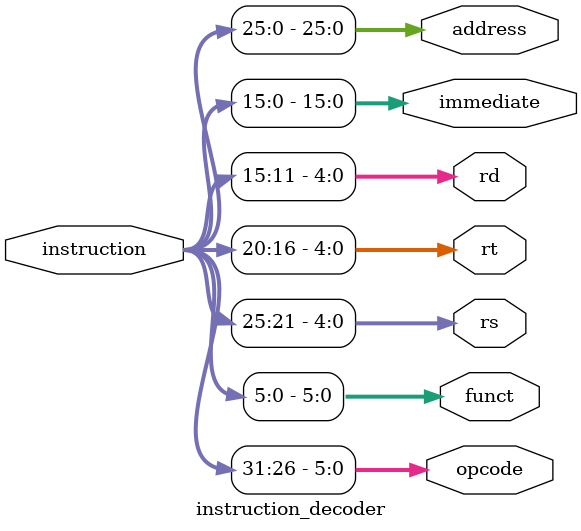
<source format=v>
module instruction_decoder
(
input  [31:0] instruction,
output  [5:0] opcode,
              funct,
output  [4:0] rs,
              rt,
              rd,
output [15:0] immediate,
output [25:0] address
);
  assign opcode = instruction[31:26];
  assign rs = instruction[25:21];
  assign rt = instruction[20:16];
  assign rd = instruction[15:11];
  assign funct = instruction[5:0];
  assign immediate = instruction[15:0];
  assign address = instruction[25:0];
endmodule

</source>
